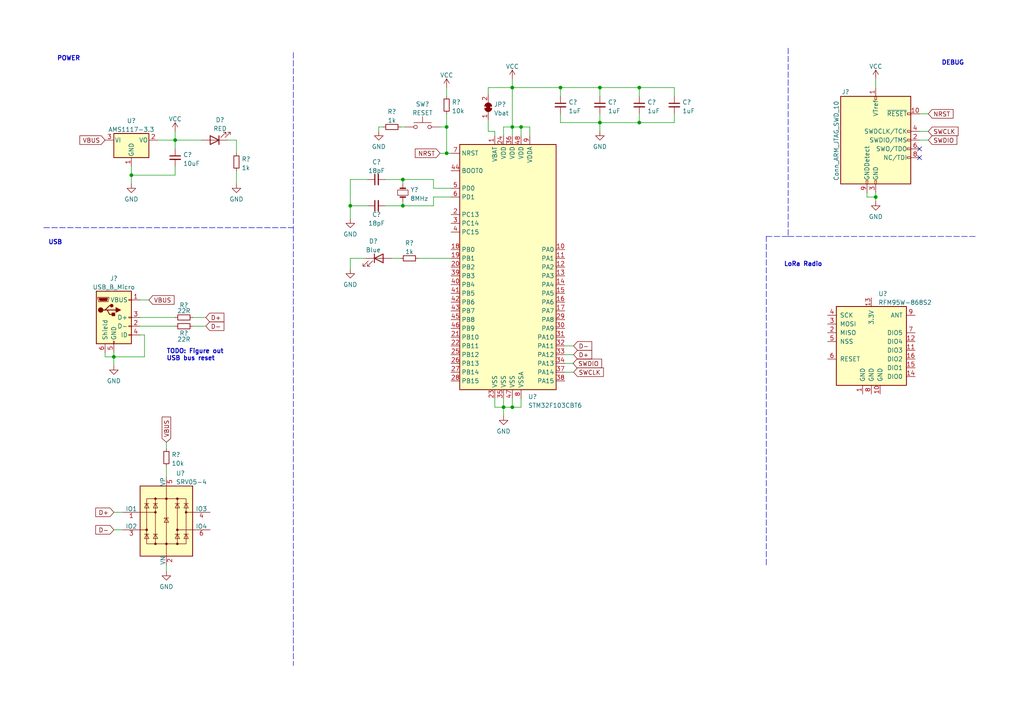
<source format=kicad_sch>
(kicad_sch (version 20211123) (generator eeschema)
  (paper "A4")
  (title_block (title "LoRa Dongle") (date "2022-02-27") (rev "1") (company "Copyright Arti Zirk, 2022") (comment 1 "Licensed under CERN-OHL-P version 2"))
  (lib_symbols
    (symbol "Connector:Conn_ARM_JTAG_SWD_10" (pin_names (offset 1.016))
      (property "Reference" "J" (at -2.54 16.51 0))
      (property "Value" "Conn_ARM_JTAG_SWD_10" (at -2.54 13.97 0))
      (symbol "Conn_ARM_JTAG_SWD_10_0_1"
        (rectangle (start -10.16 12.7) (end 10.16 -12.7) (stroke (width 0.254)) (fill (type background)))
        (rectangle (start -2.794 -12.7) (end -2.286 -11.684))
        (rectangle (start -0.254 -12.7) (end 0.254 -11.684))
        (rectangle (start -0.254 12.7) (end 0.254 11.684))
        (rectangle (start 9.144 2.286) (end 10.16 2.794))
        (rectangle (start 10.16 -2.794) (end 9.144 -2.286))
        (rectangle (start 10.16 -0.254) (end 9.144 0.254))
        (rectangle (start 10.16 7.874) (end 9.144 7.366))
      )
      (symbol "Conn_ARM_JTAG_SWD_10_1_1"
        (rectangle (start 9.144 -5.334) (end 10.16 -4.826))
        (pin power_in line (at 0 15.24 270) (length 2.54) (name "VTref") (number "1"))
        (pin open_collector line (at 12.7 7.62 180) (length 2.54) (name "~{RESET}") (number "10"))
        (pin bidirectional line (at 12.7 0 180) (length 2.54) (name "SWDIO/TMS") (number "2"))
        (pin power_in line (at 0 -15.24 90) (length 2.54) (name "GND") (number "3"))
        (pin output line (at 12.7 2.54 180) (length 2.54) (name "SWDCLK/TCK") (number "4"))
        (pin passive line (at 0 -15.24 90) (length 2.54) hide (name "GND") (number "5"))
        (pin input line (at 12.7 -2.54 180) (length 2.54) (name "SWO/TDO") (number "6"))
        (pin no_connect line (at -10.16 0 0) (length 2.54) hide (name "KEY") (number "7"))
        (pin output line (at 12.7 -5.08 180) (length 2.54) (name "NC/TDI") (number "8"))
        (pin passive line (at -2.54 -15.24 90) (length 2.54) (name "GNDDetect") (number "9"))
      )
    )
    (symbol "Connector:USB_B_Micro" (pin_names (offset 1.016))
      (property "Reference" "J" (at -5.08 11.43 0))
      (property "Value" "USB_B_Micro" (at -5.08 8.89 0))
      (symbol "USB_B_Micro_0_1"
        (rectangle (start -5.08 -7.62) (end 5.08 7.62) (stroke (width 0.254)) (fill (type background)))
        (circle (center -3.81 2.159) (radius 0.635) (stroke (width 0.254)) (fill (type outline)))
        (circle (center -0.635 3.429) (radius 0.381) (stroke (width 0.254)) (fill (type outline)))
        (rectangle (start -0.127 -7.62) (end 0.127 -6.858))
        (polyline (pts (xy -1.905 2.159) (xy 0.635 2.159)) (stroke (width 0.254)))
        (polyline (pts (xy -3.175 2.159) (xy -2.54 2.159) (xy -1.27 3.429) (xy -0.635 3.429)) (stroke (width 0.254)))
        (polyline (pts (xy -2.54 2.159) (xy -1.905 2.159) (xy -1.27 0.889) (xy 0 0.889)) (stroke (width 0.254)))
        (polyline (pts (xy 0.635 2.794) (xy 0.635 1.524) (xy 1.905 2.159) (xy 0.635 2.794)) (stroke (width 0.254)) (fill (type outline)))
        (polyline (pts (xy -4.318 5.588) (xy -1.778 5.588) (xy -2.032 4.826) (xy -4.064 4.826) (xy -4.318 5.588)) (fill (type outline)))
        (polyline (pts (xy -4.699 5.842) (xy -4.699 5.588) (xy -4.445 4.826) (xy -4.445 4.572) (xy -1.651 4.572) (xy -1.651 4.826) (xy -1.397 5.588) (xy -1.397 5.842) (xy -4.699 5.842)))
        (rectangle (start 0.254 1.27) (end -0.508 0.508) (stroke (width 0.254)) (fill (type outline)))
        (rectangle (start 5.08 -5.207) (end 4.318 -4.953))
        (rectangle (start 5.08 -2.667) (end 4.318 -2.413))
        (rectangle (start 5.08 -0.127) (end 4.318 0.127))
        (rectangle (start 5.08 4.953) (end 4.318 5.207))
      )
      (symbol "USB_B_Micro_1_1"
        (pin power_out line (at 7.62 5.08 180) (length 2.54) (name "VBUS") (number "1"))
        (pin bidirectional line (at 7.62 -2.54 180) (length 2.54) (name "D-") (number "2"))
        (pin bidirectional line (at 7.62 0 180) (length 2.54) (name "D+") (number "3"))
        (pin passive line (at 7.62 -5.08 180) (length 2.54) (name "ID") (number "4"))
        (pin power_out line (at 0 -10.16 90) (length 2.54) (name "GND") (number "5"))
        (pin passive line (at -2.54 -10.16 90) (length 2.54) (name "Shield") (number "6"))
      )
    )
    (symbol "Device:C_Small" (pin_numbers hide) (pin_names (offset 0.254) hide)
      (property "Reference" "C" (at 0.254 1.778 0))
      (property "Value" "C_Small" (at 0.254 -2.032 0))
      (symbol "C_Small_0_1"
        (polyline (pts (xy -1.524 -0.508) (xy 1.524 -0.508)) (stroke (width 0.3302)))
        (polyline (pts (xy -1.524 0.508) (xy 1.524 0.508)) (stroke (width 0.3048)))
      )
      (symbol "C_Small_1_1"
        (pin passive line (at 0 2.54 270) (length 2.032) (name "~") (number "1"))
        (pin passive line (at 0 -2.54 90) (length 2.032) (name "~") (number "2"))
      )
    )
    (symbol "Device:Crystal_Small" (pin_numbers hide) (pin_names (offset 1.016) hide)
      (property "Reference" "Y" (at 0 2.54 0))
      (property "Value" "Crystal_Small" (at 0 -2.54 0))
      (symbol "Crystal_Small_0_1"
        (rectangle (start -0.762 -1.524) (end 0.762 1.524))
        (polyline (pts (xy -1.27 -0.762) (xy -1.27 0.762)) (stroke (width 0.381)))
        (polyline (pts (xy 1.27 -0.762) (xy 1.27 0.762)) (stroke (width 0.381)))
      )
      (symbol "Crystal_Small_1_1"
        (pin passive line (at -2.54 0 0) (length 1.27) (name "1") (number "1"))
        (pin passive line (at 2.54 0 180) (length 1.27) (name "2") (number "2"))
      )
    )
    (symbol "Device:LED" (pin_numbers hide) (pin_names (offset 1.016) hide)
      (property "Reference" "D" (at 0 2.54 0))
      (property "Value" "LED" (at 0 -2.54 0))
      (symbol "LED_0_1"
        (polyline (pts (xy -1.27 -1.27) (xy -1.27 1.27)) (stroke (width 0.254)))
        (polyline (pts (xy -1.27 0) (xy 1.27 0)))
        (polyline (pts (xy 1.27 -1.27) (xy 1.27 1.27) (xy -1.27 0) (xy 1.27 -1.27)) (stroke (width 0.254)))
        (polyline (pts (xy -3.048 -0.762) (xy -4.572 -2.286) (xy -3.81 -2.286) (xy -4.572 -2.286) (xy -4.572 -1.524)))
        (polyline (pts (xy -1.778 -0.762) (xy -3.302 -2.286) (xy -2.54 -2.286) (xy -3.302 -2.286) (xy -3.302 -1.524)))
      )
      (symbol "LED_1_1"
        (pin passive line (at -3.81 0 0) (length 2.54) (name "K") (number "1"))
        (pin passive line (at 3.81 0 180) (length 2.54) (name "A") (number "2"))
      )
    )
    (symbol "Device:R_Small" (pin_numbers hide) (pin_names (offset 0.254) hide)
      (property "Reference" "R" (at 0.762 0.508 0))
      (property "Value" "R_Small" (at 0.762 -1.016 0))
      (symbol "R_Small_0_1"
        (rectangle (start -0.762 1.778) (end 0.762 -1.778) (stroke (width 0.2032)))
      )
      (symbol "R_Small_1_1"
        (pin passive line (at 0 2.54 270) (length 0.762) (name "~") (number "1"))
        (pin passive line (at 0 -2.54 90) (length 0.762) (name "~") (number "2"))
      )
    )
    (symbol "Jumper:SolderJumper_2_Bridged" (pin_names (offset 0) hide)
      (property "Reference" "JP" (at 0 2.032 0))
      (property "Value" "SolderJumper_2_Bridged" (at 0 -2.54 0))
      (symbol "SolderJumper_2_Bridged_0_1"
        (rectangle (start -0.508 0.508) (end 0.508 -0.508) (fill (type outline)))
        (arc (start -0.254 1.016) (mid -1.27 0) (end -0.254 -1.016))
        (arc (start -0.254 1.016) (mid -1.27 0) (end -0.254 -1.016) (fill (type outline)))
        (polyline (pts (xy -0.254 1.016) (xy -0.254 -1.016)))
        (polyline (pts (xy 0.254 1.016) (xy 0.254 -1.016)))
        (arc (start 0.254 -1.016) (mid 1.27 0) (end 0.254 1.016))
        (arc (start 0.254 -1.016) (mid 1.27 0) (end 0.254 1.016) (fill (type outline)))
      )
      (symbol "SolderJumper_2_Bridged_1_1"
        (pin passive line (at -3.81 0 0) (length 2.54) (name "A") (number "1"))
        (pin passive line (at 3.81 0 180) (length 2.54) (name "B") (number "2"))
      )
    )
    (symbol "MCU_ST_STM32F1:STM32F103CBTx"
      (property "Reference" "U" (at -15.24 36.83 0))
      (property "Value" "STM32F103CBTx" (at 7.62 36.83 0))
      (symbol "STM32F103CBTx_0_1"
        (rectangle (start -15.24 -35.56) (end 12.7 35.56) (stroke (width 0.254)) (fill (type background)))
      )
      (symbol "STM32F103CBTx_1_1"
        (pin power_in line (at -5.08 38.1 270) (length 2.54) (name "VBAT") (number "1"))
        (pin bidirectional line (at 15.24 5.08 180) (length 2.54) (name "PA0") (number "10"))
        (pin bidirectional line (at 15.24 2.54 180) (length 2.54) (name "PA1") (number "11"))
        (pin bidirectional line (at 15.24 0 180) (length 2.54) (name "PA2") (number "12"))
        (pin bidirectional line (at 15.24 -2.54 180) (length 2.54) (name "PA3") (number "13"))
        (pin bidirectional line (at 15.24 -5.08 180) (length 2.54) (name "PA4") (number "14"))
        (pin bidirectional line (at 15.24 -7.62 180) (length 2.54) (name "PA5") (number "15"))
        (pin bidirectional line (at 15.24 -10.16 180) (length 2.54) (name "PA6") (number "16"))
        (pin bidirectional line (at 15.24 -12.7 180) (length 2.54) (name "PA7") (number "17"))
        (pin bidirectional line (at -17.78 5.08 0) (length 2.54) (name "PB0") (number "18"))
        (pin bidirectional line (at -17.78 2.54 0) (length 2.54) (name "PB1") (number "19"))
        (pin bidirectional line (at -17.78 15.24 0) (length 2.54) (name "PC13") (number "2"))
        (pin bidirectional line (at -17.78 0 0) (length 2.54) (name "PB2") (number "20"))
        (pin bidirectional line (at -17.78 -20.32 0) (length 2.54) (name "PB10") (number "21"))
        (pin bidirectional line (at -17.78 -22.86 0) (length 2.54) (name "PB11") (number "22"))
        (pin power_in line (at -5.08 -38.1 90) (length 2.54) (name "VSS") (number "23"))
        (pin power_in line (at -2.54 38.1 270) (length 2.54) (name "VDD") (number "24"))
        (pin bidirectional line (at -17.78 -25.4 0) (length 2.54) (name "PB12") (number "25"))
        (pin bidirectional line (at -17.78 -27.94 0) (length 2.54) (name "PB13") (number "26"))
        (pin bidirectional line (at -17.78 -30.48 0) (length 2.54) (name "PB14") (number "27"))
        (pin bidirectional line (at -17.78 -33.02 0) (length 2.54) (name "PB15") (number "28"))
        (pin bidirectional line (at 15.24 -15.24 180) (length 2.54) (name "PA8") (number "29"))
        (pin bidirectional line (at -17.78 12.7 0) (length 2.54) (name "PC14") (number "3"))
        (pin bidirectional line (at 15.24 -17.78 180) (length 2.54) (name "PA9") (number "30"))
        (pin bidirectional line (at 15.24 -20.32 180) (length 2.54) (name "PA10") (number "31"))
        (pin bidirectional line (at 15.24 -22.86 180) (length 2.54) (name "PA11") (number "32"))
        (pin bidirectional line (at 15.24 -25.4 180) (length 2.54) (name "PA12") (number "33"))
        (pin bidirectional line (at 15.24 -27.94 180) (length 2.54) (name "PA13") (number "34"))
        (pin power_in line (at -2.54 -38.1 90) (length 2.54) (name "VSS") (number "35"))
        (pin power_in line (at 0 38.1 270) (length 2.54) (name "VDD") (number "36"))
        (pin bidirectional line (at 15.24 -30.48 180) (length 2.54) (name "PA14") (number "37"))
        (pin bidirectional line (at 15.24 -33.02 180) (length 2.54) (name "PA15") (number "38"))
        (pin bidirectional line (at -17.78 -2.54 0) (length 2.54) (name "PB3") (number "39"))
        (pin bidirectional line (at -17.78 10.16 0) (length 2.54) (name "PC15") (number "4"))
        (pin bidirectional line (at -17.78 -5.08 0) (length 2.54) (name "PB4") (number "40"))
        (pin bidirectional line (at -17.78 -7.62 0) (length 2.54) (name "PB5") (number "41"))
        (pin bidirectional line (at -17.78 -10.16 0) (length 2.54) (name "PB6") (number "42"))
        (pin bidirectional line (at -17.78 -12.7 0) (length 2.54) (name "PB7") (number "43"))
        (pin input line (at -17.78 27.94 0) (length 2.54) (name "BOOT0") (number "44"))
        (pin bidirectional line (at -17.78 -15.24 0) (length 2.54) (name "PB8") (number "45"))
        (pin bidirectional line (at -17.78 -17.78 0) (length 2.54) (name "PB9") (number "46"))
        (pin power_in line (at 0 -38.1 90) (length 2.54) (name "VSS") (number "47"))
        (pin power_in line (at 2.54 38.1 270) (length 2.54) (name "VDD") (number "48"))
        (pin input line (at -17.78 22.86 0) (length 2.54) (name "PD0") (number "5"))
        (pin input line (at -17.78 20.32 0) (length 2.54) (name "PD1") (number "6"))
        (pin input line (at -17.78 33.02 0) (length 2.54) (name "NRST") (number "7"))
        (pin power_in line (at 2.54 -38.1 90) (length 2.54) (name "VSSA") (number "8"))
        (pin power_in line (at 5.08 38.1 270) (length 2.54) (name "VDDA") (number "9"))
      )
    )
    (symbol "Power_Protection:SRV05-4" (pin_names (offset 0))
      (property "Reference" "U" (at -5.08 11.43 0))
      (property "Value" "SRV05-4" (at 2.54 11.43 0))
      (symbol "SRV05-4_0_0"
        (rectangle (start -5.715 6.477) (end 5.715 -6.604))
        (polyline (pts (xy -3.175 -6.604) (xy -3.175 6.477)))
        (polyline (pts (xy 3.175 6.477) (xy 3.175 -6.604)))
      )
      (symbol "SRV05-4_0_1"
        (rectangle (start -7.62 10.16) (end 7.62 -10.16) (stroke (width 0.254)) (fill (type background)))
        (circle (center -5.715 -2.54) (radius 0.2794) (fill (type outline)))
        (circle (center -3.175 -6.604) (radius 0.2794) (fill (type outline)))
        (circle (center -3.175 2.54) (radius 0.2794) (fill (type outline)))
        (circle (center -3.175 6.477) (radius 0.2794) (fill (type outline)))
        (circle (center 0 -6.604) (radius 0.2794) (fill (type outline)))
        (polyline (pts (xy -7.747 2.54) (xy -3.175 2.54)))
        (polyline (pts (xy -7.62 -2.54) (xy -5.715 -2.54)))
        (polyline (pts (xy -5.08 -3.81) (xy -6.35 -3.81)))
        (polyline (pts (xy -5.08 5.08) (xy -6.35 5.08)))
        (polyline (pts (xy -2.54 -3.81) (xy -3.81 -3.81)))
        (polyline (pts (xy -2.54 5.08) (xy -3.81 5.08)))
        (polyline (pts (xy 0 10.16) (xy 0 -10.16)))
        (polyline (pts (xy 3.81 -3.81) (xy 2.54 -3.81)))
        (polyline (pts (xy 3.81 5.08) (xy 2.54 5.08)))
        (polyline (pts (xy 6.35 -3.81) (xy 5.08 -3.81)))
        (polyline (pts (xy 6.35 5.08) (xy 5.08 5.08)))
        (polyline (pts (xy 7.62 -2.54) (xy 3.175 -2.54)))
        (polyline (pts (xy 7.62 2.54) (xy 5.715 2.54)))
        (polyline (pts (xy 0.635 0.889) (xy -0.635 0.889) (xy -0.635 0.635)))
        (polyline (pts (xy -5.08 -5.08) (xy -6.35 -5.08) (xy -5.715 -3.81) (xy -5.08 -5.08)))
        (polyline (pts (xy -5.08 3.81) (xy -6.35 3.81) (xy -5.715 5.08) (xy -5.08 3.81)))
        (polyline (pts (xy -2.54 -5.08) (xy -3.81 -5.08) (xy -3.175 -3.81) (xy -2.54 -5.08)))
        (polyline (pts (xy -2.54 3.81) (xy -3.81 3.81) (xy -3.175 5.08) (xy -2.54 3.81)))
        (polyline (pts (xy 0.635 -0.381) (xy -0.635 -0.381) (xy 0 0.889) (xy 0.635 -0.381)))
        (polyline (pts (xy 3.81 -5.08) (xy 2.54 -5.08) (xy 3.175 -3.81) (xy 3.81 -5.08)))
        (polyline (pts (xy 3.81 3.81) (xy 2.54 3.81) (xy 3.175 5.08) (xy 3.81 3.81)))
        (polyline (pts (xy 6.35 -5.08) (xy 5.08 -5.08) (xy 5.715 -3.81) (xy 6.35 -5.08)))
        (polyline (pts (xy 6.35 3.81) (xy 5.08 3.81) (xy 5.715 5.08) (xy 6.35 3.81)))
        (circle (center 0 6.477) (radius 0.2794) (fill (type outline)))
        (circle (center 3.175 -6.604) (radius 0.2794) (fill (type outline)))
        (circle (center 3.175 -2.54) (radius 0.2794) (fill (type outline)))
        (circle (center 3.175 6.477) (radius 0.2794) (fill (type outline)))
        (circle (center 5.715 2.54) (radius 0.2794) (fill (type outline)))
      )
      (symbol "SRV05-4_1_1"
        (pin passive line (at -12.7 2.54 0) (length 5.08) (name "IO1") (number "1"))
        (pin passive line (at 0 -12.7 90) (length 2.54) (name "VN") (number "2"))
        (pin passive line (at -12.7 -2.54 0) (length 5.08) (name "IO2") (number "3"))
        (pin passive line (at 12.7 2.54 180) (length 5.08) (name "IO3") (number "4"))
        (pin passive line (at 0 12.7 270) (length 2.54) (name "VP") (number "5"))
        (pin passive line (at 12.7 -2.54 180) (length 5.08) (name "IO4") (number "6"))
      )
    )
    (symbol "RF_Module:RFM95W-868S2" (pin_names (offset 1.016))
      (property "Reference" "U" (at -10.414 11.684 0))
      (property "Value" "RFM95W-868S2" (at 1.524 11.43 0))
      (symbol "RFM95W-868S2_0_1"
        (rectangle (start -10.16 10.16) (end 10.16 -12.7) (stroke (width 0.254)) (fill (type background)))
      )
      (symbol "RFM95W-868S2_1_1"
        (pin power_in line (at -2.54 -15.24 90) (length 2.54) (name "GND") (number "1"))
        (pin power_in line (at 2.54 -15.24 90) (length 2.54) (name "GND") (number "10"))
        (pin bidirectional line (at 12.7 -2.54 180) (length 2.54) (name "DIO3") (number "11"))
        (pin bidirectional line (at 12.7 0 180) (length 2.54) (name "DIO4") (number "12"))
        (pin power_in line (at 0 12.7 270) (length 2.54) (name "3.3V") (number "13"))
        (pin bidirectional line (at 12.7 -10.16 180) (length 2.54) (name "DIO0") (number "14"))
        (pin bidirectional line (at 12.7 -7.62 180) (length 2.54) (name "DIO1") (number "15"))
        (pin bidirectional line (at 12.7 -5.08 180) (length 2.54) (name "DIO2") (number "16"))
        (pin output line (at -12.7 2.54 0) (length 2.54) (name "MISO") (number "2"))
        (pin input line (at -12.7 5.08 0) (length 2.54) (name "MOSI") (number "3"))
        (pin input line (at -12.7 7.62 0) (length 2.54) (name "SCK") (number "4"))
        (pin input line (at -12.7 0 0) (length 2.54) (name "NSS") (number "5"))
        (pin bidirectional line (at -12.7 -5.08 0) (length 2.54) (name "RESET") (number "6"))
        (pin bidirectional line (at 12.7 2.54 180) (length 2.54) (name "DIO5") (number "7"))
        (pin power_in line (at 0 -15.24 90) (length 2.54) (name "GND") (number "8"))
        (pin bidirectional line (at 12.7 7.62 180) (length 2.54) (name "ANT") (number "9"))
      )
    )
    (symbol "Regulator_Linear:AMS1117-3.3" (pin_names (offset 0.254))
      (property "Reference" "U" (at -3.81 3.175 0))
      (property "Value" "AMS1117-3.3" (at 0 3.175 0))
      (symbol "AMS1117-3.3_0_1"
        (rectangle (start -5.08 -5.08) (end 5.08 1.905) (stroke (width 0.254)) (fill (type background)))
      )
      (symbol "AMS1117-3.3_1_1"
        (pin power_in line (at 0 -7.62 90) (length 2.54) (name "GND") (number "1"))
        (pin power_out line (at 7.62 0 180) (length 2.54) (name "VO") (number "2"))
        (pin power_in line (at -7.62 0 0) (length 2.54) (name "VI") (number "3"))
      )
    )
    (symbol "Switch:SW_Push" (pin_numbers hide) (pin_names (offset 1.016) hide)
      (property "Reference" "SW" (at 1.27 2.54 0))
      (property "Value" "SW_Push" (at 0 -1.524 0))
      (symbol "SW_Push_0_1"
        (circle (center -2.032 0) (radius 0.508))
        (polyline (pts (xy 0 1.27) (xy 0 3.048)))
        (polyline (pts (xy 2.54 1.27) (xy -2.54 1.27)))
        (circle (center 2.032 0) (radius 0.508))
        (pin passive line (at -5.08 0 0) (length 2.54) (name "1") (number "1"))
        (pin passive line (at 5.08 0 180) (length 2.54) (name "2") (number "2"))
      )
    )
    (symbol "power:GND" (power) (pin_names (offset 0))
      (property "Value" "GND" (at 0 -3.81 0))
      (symbol "GND_0_1"
        (polyline (pts (xy 0 0) (xy 0 -1.27) (xy 1.27 -1.27) (xy 0 -2.54) (xy -1.27 -1.27) (xy 0 -1.27)))
      )
      (symbol "GND_1_1"
        (pin power_in line (at 0 0 270) (length 0) hide (name "GND") (number "1"))
      )
    )
    (symbol "power:VCC" (power) (pin_names (offset 0))
      (property "Value" "VCC" (at 0 3.81 0))
      (symbol "VCC_0_1"
        (polyline (pts (xy -0.762 1.27) (xy 0 2.54)))
        (polyline (pts (xy 0 0) (xy 0 2.54)))
        (polyline (pts (xy 0 2.54) (xy 0.762 1.27)))
      )
      (symbol "VCC_1_1"
        (pin power_in line (at 0 0 90) (length 0) hide (name "VCC") (number "1"))
      )
    )
  )
  (junction (at 148.59 36.83))
  (junction (at 148.59 118.11))
  (junction (at 148.59 25.4))
  (junction (at 129.54 44.45))
  (junction (at 101.6 59.69))
  (junction (at 116.84 52.07))
  (junction (at 33.02 103.505))
  (junction (at 146.05 118.11))
  (junction (at 162.56 25.4))
  (junction (at 173.99 35.56))
  (junction (at 185.42 35.56))
  (junction (at 38.1 50.8))
  (junction (at 185.42 25.4))
  (junction (at 151.13 36.83))
  (junction (at 173.99 25.4))
  (junction (at 129.54 36.83))
  (junction (at 254 57.15))
  (junction (at 50.8 40.64))
  (junction (at 116.84 59.69))
  (no_connect (at 266.7 43.18))
  (no_connect (at 266.7 45.72))
  (wire (pts (xy 101.6 59.69) (xy 106.68 59.69)))
  (wire (pts (xy 125.73 57.15) (xy 125.73 59.69)))
  (wire (pts (xy 185.42 35.56) (xy 195.58 35.56)))
  (wire (pts (xy 101.6 74.93) (xy 101.6 78.105)))
  (wire (pts (xy 143.51 115.57) (xy 143.51 118.11)))
  (wire (pts (xy 116.84 59.69) (xy 116.84 58.42)))
  (wire (pts (xy 125.73 52.07) (xy 125.73 54.61)))
  (wire (pts (xy 41.91 103.505) (xy 33.02 103.505)))
  (wire (pts (xy 151.13 36.83) (xy 151.13 39.37)))
  (wire (pts (xy 106.68 52.07) (xy 101.6 52.07)))
  (wire (pts (xy 38.1 50.8) (xy 50.8 50.8)))
  (wire (pts (xy 111.76 59.69) (xy 116.84 59.69)))
  (wire (pts (xy 162.56 35.56) (xy 173.99 35.56)))
  (wire (pts (xy 254 57.15) (xy 254 58.42)))
  (wire (pts (xy 251.46 57.15) (xy 254 57.15)))
  (wire (pts (xy 55.88 92.075) (xy 59.69 92.075)))
  (polyline (pts (xy 222.25 68.58) (xy 228.6 68.58)))
  (wire (pts (xy 116.205 36.83) (xy 117.475 36.83)))
  (wire (pts (xy 254 55.88) (xy 254 57.15)))
  (wire (pts (xy 173.99 25.4) (xy 173.99 27.94)))
  (polyline (pts (xy 85.09 66.04) (xy 85.09 193.04)))
  (wire (pts (xy 146.05 36.83) (xy 148.59 36.83)))
  (wire (pts (xy 116.84 52.07) (xy 125.73 52.07)))
  (wire (pts (xy 33.02 148.59) (xy 35.56 148.59)))
  (wire (pts (xy 127.635 44.45) (xy 129.54 44.45)))
  (wire (pts (xy 45.72 40.64) (xy 50.8 40.64)))
  (wire (pts (xy 50.8 48.26) (xy 50.8 50.8)))
  (wire (pts (xy 106.045 74.93) (xy 101.6 74.93)))
  (wire (pts (xy 162.56 25.4) (xy 162.56 27.94)))
  (wire (pts (xy 50.8 40.64) (xy 50.8 43.18)))
  (wire (pts (xy 151.13 118.11) (xy 148.59 118.11)))
  (wire (pts (xy 148.59 25.4) (xy 162.56 25.4)))
  (wire (pts (xy 148.59 22.86) (xy 148.59 25.4)))
  (wire (pts (xy 143.51 39.37) (xy 143.51 38.1)))
  (wire (pts (xy 121.285 74.93) (xy 130.81 74.93)))
  (wire (pts (xy 148.59 36.83) (xy 148.59 39.37)))
  (wire (pts (xy 129.54 33.02) (xy 129.54 36.83)))
  (wire (pts (xy 33.02 153.67) (xy 35.56 153.67)))
  (wire (pts (xy 195.58 35.56) (xy 195.58 33.02)))
  (wire (pts (xy 195.58 25.4) (xy 195.58 27.94)))
  (wire (pts (xy 148.59 118.11) (xy 148.59 115.57)))
  (wire (pts (xy 185.42 25.4) (xy 195.58 25.4)))
  (wire (pts (xy 173.99 35.56) (xy 185.42 35.56)))
  (wire (pts (xy 129.54 44.45) (xy 129.54 36.83)))
  (wire (pts (xy 130.81 57.15) (xy 125.73 57.15)))
  (wire (pts (xy 130.81 44.45) (xy 129.54 44.45)))
  (polyline (pts (xy 85.09 15.24) (xy 85.09 66.04)))
  (wire (pts (xy 129.54 36.83) (xy 127.635 36.83)))
  (polyline (pts (xy 12.7 66.04) (xy 85.09 66.04)))
  (wire (pts (xy 162.56 25.4) (xy 173.99 25.4)))
  (wire (pts (xy 148.59 36.83) (xy 151.13 36.83)))
  (wire (pts (xy 141.605 27.305) (xy 141.605 25.4)))
  (wire (pts (xy 151.13 115.57) (xy 151.13 118.11)))
  (polyline (pts (xy 222.25 163.83) (xy 222.25 68.58)))
  (wire (pts (xy 173.99 33.02) (xy 173.99 35.56)))
  (wire (pts (xy 48.26 163.83) (xy 48.26 165.735)))
  (wire (pts (xy 30.48 103.505) (xy 33.02 103.505)))
  (wire (pts (xy 48.26 128.27) (xy 48.26 130.175)))
  (wire (pts (xy 109.855 36.83) (xy 111.125 36.83)))
  (wire (pts (xy 153.67 39.37) (xy 153.67 36.83)))
  (wire (pts (xy 55.88 94.615) (xy 59.69 94.615)))
  (wire (pts (xy 141.605 25.4) (xy 148.59 25.4)))
  (wire (pts (xy 251.46 55.88) (xy 251.46 57.15)))
  (wire (pts (xy 163.83 102.87) (xy 166.37 102.87)))
  (wire (pts (xy 143.51 38.1) (xy 141.605 38.1)))
  (wire (pts (xy 50.8 40.64) (xy 58.42 40.64)))
  (wire (pts (xy 33.02 102.235) (xy 33.02 103.505)))
  (wire (pts (xy 146.05 118.11) (xy 146.05 120.65)))
  (wire (pts (xy 68.58 49.53) (xy 68.58 53.34)))
  (wire (pts (xy 146.05 39.37) (xy 146.05 36.83)))
  (wire (pts (xy 266.7 38.1) (xy 269.24 38.1)))
  (wire (pts (xy 30.48 102.235) (xy 30.48 103.505)))
  (wire (pts (xy 185.42 25.4) (xy 185.42 27.94)))
  (wire (pts (xy 173.99 35.56) (xy 173.99 38.1)))
  (wire (pts (xy 125.73 54.61) (xy 130.81 54.61)))
  (wire (pts (xy 125.73 59.69) (xy 116.84 59.69)))
  (wire (pts (xy 163.83 107.95) (xy 166.37 107.95)))
  (wire (pts (xy 148.59 25.4) (xy 148.59 36.83)))
  (wire (pts (xy 116.84 52.07) (xy 116.84 53.34)))
  (polyline (pts (xy 228.6 13.97) (xy 228.6 68.58)))
  (wire (pts (xy 66.04 40.64) (xy 68.58 40.64)))
  (wire (pts (xy 143.51 118.11) (xy 146.05 118.11)))
  (wire (pts (xy 33.02 103.505) (xy 33.02 106.045)))
  (wire (pts (xy 101.6 59.69) (xy 101.6 63.5)))
  (wire (pts (xy 266.7 33.02) (xy 269.24 33.02)))
  (wire (pts (xy 113.665 74.93) (xy 116.205 74.93)))
  (wire (pts (xy 163.83 105.41) (xy 166.37 105.41)))
  (wire (pts (xy 254 22.86) (xy 254 25.4)))
  (wire (pts (xy 38.1 48.26) (xy 38.1 50.8)))
  (wire (pts (xy 68.58 40.64) (xy 68.58 44.45)))
  (wire (pts (xy 146.05 118.11) (xy 148.59 118.11)))
  (wire (pts (xy 146.05 115.57) (xy 146.05 118.11)))
  (wire (pts (xy 50.8 38.1) (xy 50.8 40.64)))
  (wire (pts (xy 185.42 35.56) (xy 185.42 33.02)))
  (wire (pts (xy 38.1 50.8) (xy 38.1 53.34)))
  (wire (pts (xy 173.99 25.4) (xy 185.42 25.4)))
  (wire (pts (xy 101.6 52.07) (xy 101.6 59.69)))
  (wire (pts (xy 40.64 86.995) (xy 43.18 86.995)))
  (wire (pts (xy 129.54 25.4) (xy 129.54 27.94)))
  (wire (pts (xy 109.855 38.1) (xy 109.855 36.83)))
  (wire (pts (xy 40.64 97.155) (xy 41.91 97.155)))
  (wire (pts (xy 153.67 36.83) (xy 151.13 36.83)))
  (wire (pts (xy 48.26 135.255) (xy 48.26 138.43)))
  (wire (pts (xy 40.64 92.075) (xy 50.8 92.075)))
  (polyline (pts (xy 228.6 68.58) (xy 283.21 68.58)))
  (wire (pts (xy 41.91 97.155) (xy 41.91 103.505)))
  (wire (pts (xy 162.56 33.02) (xy 162.56 35.56)))
  (wire (pts (xy 111.76 52.07) (xy 116.84 52.07)))
  (wire (pts (xy 266.7 40.64) (xy 269.24 40.64)))
  (wire (pts (xy 141.605 34.925) (xy 141.605 38.1)))
  (wire (pts (xy 40.64 94.615) (xy 50.8 94.615)))
  (wire (pts (xy 163.83 100.33) (xy 166.37 100.33)))
  (text "DEBUG" (at 273.05 19.05 0) (effects (font (size 1.27 1.27) bold) (justify left bottom)))
  (text "TODO: Figure out\nUSB bus reset" (at 48.26 104.775 0) (effects (font (size 1.27 1.27) (thickness 0.254) bold) (justify left bottom)))
  (text "POWER" (at 16.51 17.78 0) (effects (font (size 1.27 1.27) bold) (justify left bottom)))
  (text "USB" (at 13.97 71.12 0) (effects (font (size 1.27 1.27) bold) (justify left bottom)))
  (text "LoRa Radio" (at 227.33 77.47 0) (effects (font (size 1.27 1.27) bold) (justify left bottom)))
  (global_label "VBUS" (shape input) (at 43.18 86.995 0) (property "Intersheet References" "${INTERSHEET_REFS}" (effects hide)))
  (global_label "D+" (shape input) (at 166.37 102.87 0) (property "Intersheet References" "${INTERSHEET_REFS}" (effects hide)))
  (global_label "D-" (shape input) (at 166.37 100.33 0) (property "Intersheet References" "${INTERSHEET_REFS}" (effects hide)))
  (global_label "VBUS" (shape input) (at 48.26 128.27 90) (property "Intersheet References" "${INTERSHEET_REFS}" (effects hide)))
  (global_label "D-" (shape input) (at 59.69 94.615 0) (property "Intersheet References" "${INTERSHEET_REFS}" (effects hide)))
  (global_label "SWCLK" (shape input) (at 166.37 107.95 0) (property "Intersheet References" "${INTERSHEET_REFS}" (effects hide)))
  (global_label "SWDIO" (shape input) (at 269.24 40.64 0) (property "Intersheet References" "${INTERSHEET_REFS}" (effects hide)))
  (global_label "SWCLK" (shape input) (at 269.24 38.1 0) (property "Intersheet References" "${INTERSHEET_REFS}" (effects hide)))
  (global_label "D-" (shape input) (at 33.02 153.67 180) (property "Intersheet References" "${INTERSHEET_REFS}" (effects hide)))
  (global_label "D+" (shape input) (at 33.02 148.59 180) (property "Intersheet References" "${INTERSHEET_REFS}" (effects hide)))
  (global_label "NRST" (shape input) (at 269.24 33.02 0) (property "Intersheet References" "${INTERSHEET_REFS}" (effects hide)))
  (global_label "NRST" (shape input) (at 127.635 44.45 180) (property "Intersheet References" "${INTERSHEET_REFS}" (effects hide)))
  (global_label "D+" (shape input) (at 59.69 92.075 0) (property "Intersheet References" "${INTERSHEET_REFS}" (effects hide)))
  (global_label "SWDIO" (shape input) (at 166.2168 105.41 0) (property "Intersheet References" "${INTERSHEET_REFS}" (effects hide)))
  (global_label "VBUS" (shape input) (at 30.48 40.64 180) (property "Intersheet References" "${INTERSHEET_REFS}" (effects hide)))
  (symbol (lib_id "Device:R_Small") (at 53.34 92.075 90) (unit 1)
    (property "Reference" "R?" (at 53.34 88.519 90))
    (property "Value" "22R" (at 53.34 90.1755 90))
  )
  (symbol (lib_id "Device:C_Small") (at 162.56 30.48 0) (unit 1)
    (property "Reference" "C?" (at 164.8841 29.6516 0) (effects (justify left)))
    (property "Value" "1uF" (at 164.8841 32.1885 0) (effects (justify left)))
  )
  (symbol (lib_id "power:GND") (at 173.99 38.1 0) (unit 1)
    (property "Reference" "#PWR?" (effects hide))
    (property "Value" "GND" (at 173.99 42.5434 0))
  )
  (symbol (lib_id "Device:R_Small") (at 118.745 74.93 90) (unit 1)
    (property "Reference" "R?" (at 118.745 70.4936 90))
    (property "Value" "1k" (at 118.745 73.0305 90))
  )
  (symbol (lib_id "MCU_ST_STM32F1:STM32F103CBTx") (at 148.59 77.47 0) (unit 1)
    (property "Reference" "U?" (at 153.1494 115.0604 0) (effects (justify left)))
    (property "Value" "STM32F103CBT6" (at 153.1494 117.5973 0) (effects (justify left)))
    (property "Footprint" "Package_QFP:LQFP-48_7x7mm_P0.5mm" (effects hide))
    (property "Datasheet" "http://www.st.com/st-web-ui/static/active/en/resource/technical/document/datasheet/CD00161566.pdf" (effects hide))
  )
  (symbol (lib_id "power:GND") (at 33.02 106.045 0) (unit 1)
    (property "Reference" "#PWR?" (effects hide))
    (property "Value" "GND" (at 33.02 110.4884 0))
  )
  (symbol (lib_id "Device:R_Small") (at 48.26 132.715 0) (unit 1)
    (property "Reference" "R?" (at 49.7586 131.8803 0) (effects (justify left)))
    (property "Value" "10k" (at 49.7586 134.4172 0) (effects (justify left)))
  )
  (symbol (lib_id "Device:R_Small") (at 129.54 30.48 0) (unit 1)
    (property "Reference" "R?" (at 131.0386 29.6453 0) (effects (justify left)))
    (property "Value" "10k" (at 131.0386 32.1822 0) (effects (justify left)))
  )
  (symbol (lib_id "Device:C_Small") (at 173.99 30.48 0) (unit 1)
    (property "Reference" "C?" (at 176.3141 29.6516 0) (effects (justify left)))
    (property "Value" "1uF" (at 176.3141 32.1885 0) (effects (justify left)))
  )
  (symbol (lib_id "Jumper:SolderJumper_2_Bridged") (at 141.605 31.115 90) (unit 1)
    (property "Reference" "JP?" (at 143.256 30.2803 90) (effects (justify right)))
    (property "Value" "Vbat" (at 143.256 32.8172 90) (effects (justify right)))
  )
  (symbol (lib_id "Device:R_Small") (at 113.665 36.83 90) (unit 1)
    (property "Reference" "R?" (at 113.665 32.3936 90))
    (property "Value" "1k" (at 113.665 34.9305 90))
  )
  (symbol (lib_id "power:GND") (at 48.26 165.735 0) (unit 1)
    (property "Reference" "#PWR?" (effects hide))
    (property "Value" "GND" (at 48.26 170.1784 0))
  )
  (symbol (lib_id "Device:C_Small") (at 185.42 30.48 0) (unit 1)
    (property "Reference" "C?" (at 187.7441 29.6516 0) (effects (justify left)))
    (property "Value" "1uF" (at 187.7441 32.1885 0) (effects (justify left)))
  )
  (symbol (lib_id "Device:C_Small") (at 109.22 52.07 90) (unit 1)
    (property "Reference" "C?" (at 109.22 46.99 90))
    (property "Value" "18pF" (at 109.22 49.53 90))
  )
  (symbol (lib_id "Device:C_Small") (at 109.22 59.69 90) (unit 1)
    (property "Reference" "C?" (at 109.22 62.23 90))
    (property "Value" "18pF" (at 109.22 64.77 90))
  )
  (symbol (lib_id "power:GND") (at 38.1 53.34 0) (unit 1)
    (property "Reference" "#PWR?" (effects hide))
    (property "Value" "GND" (at 38.1 57.7834 0))
  )
  (symbol (lib_id "power:VCC") (at 254 22.86 0) (unit 1)
    (property "Reference" "#PWR?" (effects hide))
    (property "Value" "VCC" (at 254 19.2842 0))
  )
  (symbol (lib_id "power:VCC") (at 129.54 25.4 0) (unit 1)
    (property "Reference" "#PWR?" (effects hide))
    (property "Value" "VCC" (at 129.54 21.8242 0))
  )
  (symbol (lib_id "Device:C_Small") (at 195.58 30.48 0) (unit 1)
    (property "Reference" "C?" (at 197.9041 29.6516 0) (effects (justify left)))
    (property "Value" "1uF" (at 197.9041 32.1885 0) (effects (justify left)))
  )
  (symbol (lib_id "power:GND") (at 109.855 38.1 0) (unit 1)
    (property "Reference" "#PWR?" (effects hide))
    (property "Value" "GND" (at 109.855 42.5434 0))
  )
  (symbol (lib_id "Device:C_Small") (at 50.8 45.72 0) (unit 1)
    (property "Reference" "C?" (at 53.1241 44.8916 0) (effects (justify left)))
    (property "Value" "10uF" (at 53.1241 47.4285 0) (effects (justify left)))
  )
  (symbol (lib_id "Device:LED") (at 109.855 74.93 0) (unit 1)
    (property "Reference" "D?" (at 108.2675 69.9602 0))
    (property "Value" "Blue" (at 108.2675 72.4971 0))
  )
  (symbol (lib_id "power:GND") (at 101.6 63.5 0) (unit 1)
    (property "Reference" "#PWR?" (effects hide))
    (property "Value" "GND" (at 101.6 67.9434 0))
  )
  (symbol (lib_id "Connector:Conn_ARM_JTAG_SWD_10") (at 254 40.64 0) (unit 1)
    (property "Reference" "J?" (at 246.38 26.67 0) (effects (justify right)))
    (property "Value" "Conn_ARM_JTAG_SWD_10" (at 242.57 29.21 90) (effects (justify right)))
    (property "Footprint" "Connector_PinSocket_1.27mm:PinSocket_2x05_P1.27mm_Vertical_SMD" (effects hide))
    (property "Datasheet" "http://infocenter.arm.com/help/topic/com.arm.doc.ddi0314h/DDI0314H_coresight_components_trm.pdf" (effects hide))
  )
  (symbol (lib_id "power:GND") (at 146.05 120.65 0) (unit 1)
    (property "Reference" "#PWR?" (effects hide))
    (property "Value" "GND" (at 146.05 125.0934 0))
  )
  (symbol (lib_id "power:GND") (at 101.6 78.105 0) (unit 1)
    (property "Reference" "#PWR?" (effects hide))
    (property "Value" "GND" (at 101.6 82.5484 0))
  )
  (symbol (lib_id "Device:Crystal_Small") (at 116.84 55.88 270) (unit 1)
    (property "Reference" "Y?" (at 118.999 55.0453 90) (effects (justify left)))
    (property "Value" "8MHz" (at 118.999 57.5822 90) (effects (justify left)))
  )
  (symbol (lib_id "Connector:USB_B_Micro") (at 33.02 92.075 0) (unit 1)
    (property "Reference" "J?" (at 33.02 80.7552 0))
    (property "Value" "USB_B_Micro" (at 33.02 83.2921 0))
  )
  (symbol (lib_id "Regulator_Linear:AMS1117-3.3") (at 38.1 40.64 0) (unit 1)
    (property "Reference" "U?" (at 38.1 35.0352 0))
    (property "Value" "AMS1117-3.3" (at 38.1 37.5721 0))
    (property "Footprint" "Package_TO_SOT_SMD:SOT-223-3_TabPin2" (effects hide))
    (property "Datasheet" "http://www.advanced-monolithic.com/pdf/ds1117.pdf" (effects hide))
  )
  (symbol (lib_id "Switch:SW_Push") (at 122.555 36.83 0) (unit 1)
    (property "Reference" "SW?" (at 122.555 30.2092 0))
    (property "Value" "RESET" (at 122.555 32.7461 0))
  )
  (symbol (lib_id "RF_Module:RFM95W-868S2") (at 252.73 99.06 0) (unit 1)
    (property "Reference" "U?" (at 254.7494 85.2002 0) (effects (justify left)))
    (property "Value" "RFM95W-868S2" (at 254.7494 87.7371 0) (effects (justify left)))
    (property "Datasheet" "https://www.hoperf.com/data/upload/portal/20181127/5bfcbea20e9ef.pdf" (effects hide))
  )
  (symbol (lib_id "Device:R_Small") (at 68.58 46.99 180) (unit 1)
    (property "Reference" "R?" (at 70.0786 46.1553 0) (effects (justify right)))
    (property "Value" "1k" (at 70.0786 48.6922 0) (effects (justify right)))
  )
  (symbol (lib_id "Device:R_Small") (at 53.34 94.615 90) (unit 1)
    (property "Reference" "R?" (at 53.34 96.647 90))
    (property "Value" "22R" (at 53.34 98.425 90))
  )
  (symbol (lib_id "power:GND") (at 254 58.42 0) (unit 1)
    (property "Reference" "#PWR?" (effects hide))
    (property "Value" "GND" (at 254 62.8634 0))
  )
  (symbol (lib_id "power:VCC") (at 50.8 38.1 0) (unit 1)
    (property "Reference" "#PWR?" (effects hide))
    (property "Value" "VCC" (at 50.8 34.5242 0))
  )
  (symbol (lib_id "power:VCC") (at 148.59 22.86 0) (unit 1)
    (property "Reference" "#PWR?" (effects hide))
    (property "Value" "VCC" (at 148.59 19.2842 0))
  )
  (symbol (lib_id "Device:LED") (at 62.23 40.64 180) (unit 1)
    (property "Reference" "D?" (at 63.8175 34.7812 0))
    (property "Value" "RED" (at 63.8175 37.3181 0))
  )
  (symbol (lib_id "power:GND") (at 68.58 53.34 0) (unit 1)
    (property "Reference" "#PWR?" (effects hide))
    (property "Value" "GND" (at 68.58 57.7834 0))
  )
  (symbol (lib_id "Power_Protection:SRV05-4") (at 48.26 151.13 0) (unit 1)
    (property "Reference" "U?" (at 51.0287 137.2702 0) (effects (justify left)))
    (property "Value" "SRV05-4" (at 51.0287 139.8071 0) (effects (justify left)))
    (property "Footprint" "Package_TO_SOT_SMD:SOT-23-6" (effects hide))
    (property "Datasheet" "http://www.onsemi.com/pub/Collateral/SRV05-4-D.PDF" (effects hide))
  )
)
</source>
